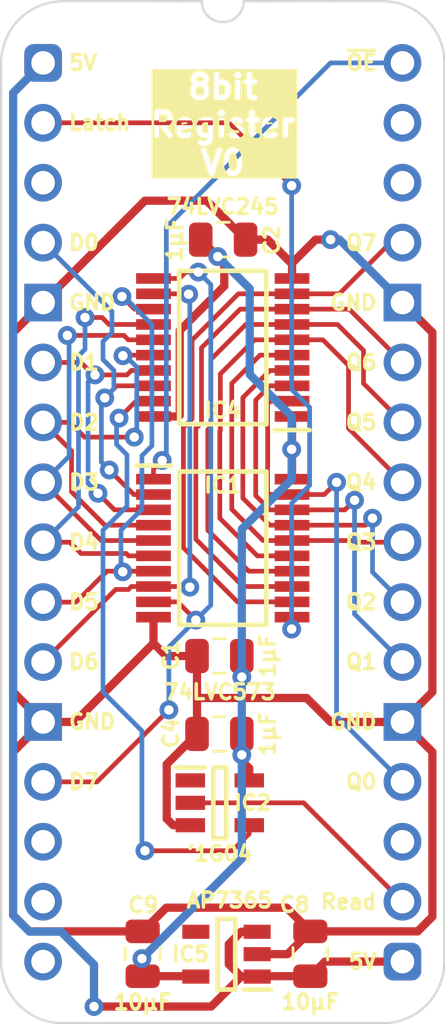
<source format=kicad_pcb>
(kicad_pcb (version 20241229) (generator "pcbnew") (generator_version "9.0")
  (title_block (title "Register 8bit with IO") (date "2025-06-17") (rev "V0"))
  (layers (0 "F.Cu" signal) (2 "B.Cu" signal) (13 "F.Paste" user) (15 "B.Paste" user) (5 "F.SilkS" user "F.Silkscreen") (7 "B.SilkS" user "B.Silkscreen") (1 "F.Mask" user) (3 "B.Mask" user) (25 "Edge.Cuts" user))
  (net 0 "")
  (net 1 "GND")
  (net 2 "5V")
  (net 3 "/3.3V")
  (net 5 "D5")
  (net 6 "D6")
  (net 7 "D1")
  (net 8 "D0")
  (net 9 "D4")
  (net 10 "D2")
  (net 11 "D7")
  (net 12 "D3")
  (net 13 "~{OE}")
  (net 17 "Q1")
  (net 18 "Q4")
  (net 19 "Q3")
  (net 20 "Q5")
  (net 21 "Q2")
  (net 22 "Q6")
  (net 23 "Q7")
  (net 24 "Q0")
  (net 28 "Latch")
  (net 29 "Read")
  (net 30 "/~{Read}")
  (footprint "SamacSys_Parts:SOP65P640X110-20N" (layer "F.Cu") (at 7.62 20.574)
    (property "Reference" "IC1" (at 0 -2.667 0) (layer "F.SilkS") (effects (font (size 0.635 0.635))))
    (property "Value" "74LVC573APW,118" (hide yes))
    (fp_line (start -3.675 -3.5) (end -2.2 -3.5) (stroke (width 0.2)) (layer "F.SilkS"))
    (fp_line (start -1.85 -3.25) (end 1.85 -3.25) (stroke (width 0.2)) (layer "F.SilkS"))
    (fp_line (start -1.85 3.25) (end -1.85 -3.25) (stroke (width 0.2)) (layer "F.SilkS"))
    (fp_line (start 1.85 -3.25) (end 1.85 3.25) (stroke (width 0.2)) (layer "F.SilkS"))
    (fp_line (start 1.85 3.25) (end -1.85 3.25) (stroke (width 0.2)) (layer "F.SilkS"))
    (fp_text user "${Silkscreen}" (at -0.127 6.096 0) (layer "F.SilkS") (effects (font (size 0.635 0.635))))
    (pad "1" smd rect (at -2.938 -2.925 90) (size 0.45 1.475) (layers "F.Cu" "F.Mask" "F.Paste") (net 13 "~{OE}"))
    (pad "2" smd rect (at -2.938 -2.275 90) (size 0.45 1.475) (layers "F.Cu" "F.Mask" "F.Paste") (net 8 "D0"))
    (pad "3" smd rect (at -2.938 -1.625 90) (size 0.45 1.475) (layers "F.Cu" "F.Mask" "F.Paste") (net 7 "D1"))
    (pad "4" smd rect (at -2.938 -0.975 90) (size 0.45 1.475) (layers "F.Cu" "F.Mask" "F.Paste") (net 10 "D2"))
    (pad "5" smd rect (at -2.938 -0.325 90) (size 0.45 1.475) (layers "F.Cu" "F.Mask" "F.Paste") (net 12 "D3"))
    (pad "6" smd rect (at -2.938 0.325 90) (size 0.45 1.475) (layers "F.Cu" "F.Mask" "F.Paste") (net 9 "D4"))
    (pad "7" smd rect (at -2.938 0.975 90) (size 0.45 1.475) (layers "F.Cu" "F.Mask" "F.Paste") (net 5 "D5"))
    (pad "8" smd rect (at -2.938 1.625 90) (size 0.45 1.475) (layers "F.Cu" "F.Mask" "F.Paste") (net 6 "D6"))
    (pad "9" smd rect (at -2.938 2.275 90) (size 0.45 1.475) (layers "F.Cu" "F.Mask" "F.Paste") (net 11 "D7"))
    (pad "10" smd rect (at -2.938 2.925 90) (size 0.45 1.475) (layers "F.Cu" "F.Mask" "F.Paste") (net 1 "GND"))
    (pad "11" smd rect (at 2.938 2.925 90) (size 0.45 1.475) (layers "F.Cu" "F.Mask" "F.Paste") (net 28 "Latch"))
    (pad "12" smd rect (at 2.938 2.275 90) (size 0.45 1.475) (layers "F.Cu" "F.Mask" "F.Paste") (net 23 "Q7"))
    (pad "13" smd rect (at 2.938 1.625 90) (size 0.45 1.475) (layers "F.Cu" "F.Mask" "F.Paste") (net 22 "Q6"))
    (pad "14" smd rect (at 2.938 0.975 90) (size 0.45 1.475) (layers "F.Cu" "F.Mask" "F.Paste") (net 20 "Q5"))
    (pad "15" smd rect (at 2.938 0.325 90) (size 0.45 1.475) (layers "F.Cu" "F.Mask" "F.Paste") (net 18 "Q4"))
    (pad "16" smd rect (at 2.938 -0.325 90) (size 0.45 1.475) (layers "F.Cu" "F.Mask" "F.Paste") (net 19 "Q3"))
    (pad "17" smd rect (at 2.938 -0.975 90) (size 0.45 1.475) (layers "F.Cu" "F.Mask" "F.Paste") (net 21 "Q2"))
    (pad "18" smd rect (at 2.938 -1.625 90) (size 0.45 1.475) (layers "F.Cu" "F.Mask" "F.Paste") (net 17 "Q1"))
    (pad "19" smd rect (at 2.938 -2.275 90) (size 0.45 1.475) (layers "F.Cu" "F.Mask" "F.Paste") (net 24 "Q0"))
    (pad "20" smd rect (at 2.938 -2.925 90) (size 0.45 1.475) (layers "F.Cu" "F.Mask" "F.Paste") (net 3 "/3.3V"))
  )
  (footprint "SamacSys_Parts:SOP65P640X120-20N" (layer "F.Cu") (at 7.62 12.065 180)
    (property "Reference" "IC4" (at 0 -2.667 180) (layer "F.SilkS") (effects (font (size 0.635 0.635))))
    (property "Value" "74LVC245AT20" (hide yes))
    (property "Silkscreen" "74LVC245" (at 0 5.969 180) (layer "F.SilkS") (effects (font (size 0.635 0.635))))
    (fp_line (start 1.85 3.25) (end -1.85 3.25) (stroke (width 0.2)) (layer "F.SilkS"))
    (fp_line (start 1.85 -3.25) (end 1.85 3.25) (stroke (width 0.2)) (layer "F.SilkS"))
    (fp_line (start -1.85 3.25) (end -1.85 -3.25) (stroke (width 0.2)) (layer "F.SilkS"))
    (fp_line (start -1.85 -3.25) (end 1.85 -3.25) (stroke (width 0.2)) (layer "F.SilkS"))
    (fp_line (start -3.675 -3.5) (end -2.2 -3.5) (stroke (width 0.2)) (layer "F.SilkS"))
    (pad "1" smd rect (at -2.938 -2.925 270) (size 0.45 1.475) (layers "F.Cu" "F.Mask" "F.Paste") (net 3 "/3.3V"))
    (pad "2" smd rect (at -2.938 -2.275 270) (size 0.45 1.475) (layers "F.Cu" "F.Mask" "F.Paste") (net 24 "Q0"))
    (pad "3" smd rect (at -2.938 -1.625 270) (size 0.45 1.475) (layers "F.Cu" "F.Mask" "F.Paste") (net 17 "Q1"))
    (pad "4" smd rect (at -2.938 -0.975 270) (size 0.45 1.475) (layers "F.Cu" "F.Mask" "F.Paste") (net 21 "Q2"))
    (pad "5" smd rect (at -2.938 -0.325 270) (size 0.45 1.475) (layers "F.Cu" "F.Mask" "F.Paste") (net 19 "Q3"))
    (pad "6" smd rect (at -2.938 0.325 270) (size 0.45 1.475) (layers "F.Cu" "F.Mask" "F.Paste") (net 18 "Q4"))
    (pad "7" smd rect (at -2.938 0.975 270) (size 0.45 1.475) (layers "F.Cu" "F.Mask" "F.Paste") (net 20 "Q5"))
    (pad "8" smd rect (at -2.938 1.625 270) (size 0.45 1.475) (layers "F.Cu" "F.Mask" "F.Paste") (net 22 "Q6"))
    (pad "9" smd rect (at -2.938 2.275 270) (size 0.45 1.475) (layers "F.Cu" "F.Mask" "F.Paste") (net 23 "Q7"))
    (pad "10" smd rect (at -2.938 2.925 270) (size 0.45 1.475) (layers "F.Cu" "F.Mask" "F.Paste") (net 1 "GND"))
    (pad "11" smd rect (at 2.938 2.925 270) (size 0.45 1.475) (layers "F.Cu" "F.Mask" "F.Paste") (net 11 "D7"))
    (pad "12" smd rect (at 2.938 2.275 270) (size 0.45 1.475) (layers "F.Cu" "F.Mask" "F.Paste") (net 6 "D6"))
    (pad "13" smd rect (at 2.938 1.625 270) (size 0.45 1.475) (layers "F.Cu" "F.Mask" "F.Paste") (net 5 "D5"))
    (pad "14" smd rect (at 2.938 0.975 270) (size 0.45 1.475) (layers "F.Cu" "F.Mask" "F.Paste") (net 9 "D4"))
    (pad "15" smd rect (at 2.938 0.325 270) (size 0.45 1.475) (layers "F.Cu" "F.Mask" "F.Paste") (net 12 "D3"))
    (pad "16" smd rect (at 2.938 -0.325 270) (size 0.45 1.475) (layers "F.Cu" "F.Mask" "F.Paste") (net 10 "D2"))
    (pad "17" smd rect (at 2.938 -0.975 270) (size 0.45 1.475) (layers "F.Cu" "F.Mask" "F.Paste") (net 7 "D1"))
    (pad "18" smd rect (at 2.938 -1.625 270) (size 0.45 1.475) (layers "F.Cu" "F.Mask" "F.Paste") (net 8 "D0"))
    (pad "19" smd rect (at 2.938 -2.275 270) (size 0.45 1.475) (layers "F.Cu" "F.Mask" "F.Paste") (net 30 "/~{Read}"))
    (pad "20" smd rect (at 2.938 -2.925 270) (size 0.45 1.475) (layers "F.Cu" "F.Mask" "F.Paste") (net 3 "/3.3V"))
  )
  (footprint "SamacSys_Parts:C_0805" (layer "F.Cu") (at 7.493 28.448 90)
    (property "Reference" "C4" (at 0.027 -2.075 270) (layer "F.SilkS") (effects (font (size 0.635 0.635))))
    (property "Value" "1μF" (at 0 2.032 90) (layer "F.SilkS") (effects (font (size 0.635 0.635))))
    (fp_line (start 0.735 0.245252) (end 0.735 -0.277252) (stroke (width 0.12)) (layer "F.SilkS"))
    (fp_line (start -0.735 0.245252) (end -0.735 -0.277252) (stroke (width 0.12)) (layer "F.SilkS"))
    (pad "1" smd roundrect (at 0 0.934 180) (size 1 1.45) (layers "F.Cu" "F.Mask" "F.Paste") (net 3 "/3.3V"))
    (pad "2" smd roundrect (at 0 -0.966 180) (size 1 1.45) (layers "F.Cu" "F.Mask" "F.Paste") (net 1 "GND"))
  )
  (footprint "SamacSys_Parts:C_0805" (layer "F.Cu") (at 7.62 7.493 -90)
    (property "Reference" "C2" (at 0.027 -2.075 90) (layer "F.SilkS") (effects (font (size 0.635 0.635))))
    (property "Value" "1μF" (at 0 2.032 270) (layer "F.SilkS") (effects (font (size 0.635 0.635))))
    (fp_line (start -0.735 0.245252) (end -0.735 -0.277252) (stroke (width 0.12)) (layer "F.SilkS"))
    (fp_line (start 0.735 0.245252) (end 0.735 -0.277252) (stroke (width 0.12)) (layer "F.SilkS"))
    (pad "1" smd roundrect (at 0 0.934) (size 1 1.45) (layers "F.Cu" "F.Mask" "F.Paste") (net 3 "/3.3V"))
    (pad "2" smd roundrect (at 0 -0.966) (size 1 1.45) (layers "F.Cu" "F.Mask" "F.Paste") (net 1 "GND"))
  )
  (footprint "SamacSys_Parts:SOT95P275X110-5N" (layer "F.Cu") (at 7.493 31.369)
    (property "Reference" "IC2" (at 1.397 0 0) (layer "F.SilkS") (effects (font (size 0.635 0.635))))
    (property "Value" "74LVC1G04GV,125" (hide yes))
    (property "Silkscreen" "'1G04" (at 0 2.159 0) (layer "F.SilkS") (effects (font (size 0.635 0.635))))
    (fp_line (start -1.875 -1.5) (end -0.625 -1.5) (stroke (width 0.2)) (layer "F.SilkS"))
    (fp_line (start -0.275 -1.5) (end 0.275 -1.5) (stroke (width 0.2)) (layer "F.SilkS"))
    (fp_line (start -0.275 1.5) (end -0.275 -1.5) (stroke (width 0.2)) (layer "F.SilkS"))
    (fp_line (start 0.275 -1.5) (end 0.275 1.5) (stroke (width 0.2)) (layer "F.SilkS"))
    (fp_line (start 0.275 1.5) (end -0.275 1.5) (stroke (width 0.2)) (layer "F.SilkS"))
    (pad "1" smd rect (at -1.25 -0.95 90) (size 0.6 1.25) (layers "F.Cu" "F.Mask" "F.Paste"))
    (pad "2" smd rect (at -1.25 0 90) (size 0.6 1.25) (layers "F.Cu" "F.Mask" "F.Paste") (net 29 "Read"))
    (pad "3" smd rect (at -1.25 0.95 90) (size 0.6 1.25) (layers "F.Cu" "F.Mask" "F.Paste") (net 1 "GND"))
    (pad "4" smd rect (at 1.25 0.95 90) (size 0.6 1.25) (layers "F.Cu" "F.Mask" "F.Paste") (net 30 "/~{Read}"))
    (pad "5" smd rect (at 1.25 -0.95 90) (size 0.6 1.25) (layers "F.Cu" "F.Mask" "F.Paste") (net 3 "/3.3V"))
  )
  (footprint "SamacSys_Parts:C_0805" (layer "F.Cu") (at 7.493 25.146 90)
    (property "Reference" "C1" (at 0.027 -2.075 270) (layer "F.SilkS") (effects (font (size 0.635 0.635))))
    (property "Value" "1μF" (at 0 2.032 90) (layer "F.SilkS") (effects (font (size 0.635 0.635))))
    (fp_line (start 0.735 0.245252) (end 0.735 -0.277252) (stroke (width 0.12)) (layer "F.SilkS"))
    (fp_line (start -0.735 0.245252) (end -0.735 -0.277252) (stroke (width 0.12)) (layer "F.SilkS"))
    (pad "1" smd roundrect (at 0 0.934 180) (size 1 1.45) (layers "F.Cu" "F.Mask" "F.Paste") (net 3 "/3.3V"))
    (pad "2" smd roundrect (at 0 -0.966 180) (size 1 1.45) (layers "F.Cu" "F.Mask" "F.Paste") (net 1 "GND"))
  )
  (footprint "SamacSys_Parts:C_0805" (layer "F.Cu") (at 4.221 37.785)
    (property "Reference" "C9" (at 0.027 -2.075 180) (layer "F.SilkS") (effects (font (size 0.635 0.635))))
    (property "Value" "10µF" (at 0 2.032 0) (layer "F.SilkS") (effects (font (size 0.635 0.635))))
    (fp_line (start -0.735 0.245252) (end -0.735 -0.277252) (stroke (width 0.12)) (layer "F.SilkS"))
    (fp_line (start 0.735 0.245252) (end 0.735 -0.277252) (stroke (width 0.12)) (layer "F.SilkS"))
    (pad "1" smd roundrect (at 0 0.934 90) (size 1 1.45) (layers "F.Cu" "F.Mask" "F.Paste") (net 3 "/3.3V"))
    (pad "2" smd roundrect (at 0 -0.966 90) (size 1 1.45) (layers "F.Cu" "F.Mask" "F.Paste") (net 1 "GND"))
  )
  (footprint "SamacSys_Parts:C_0805" (layer "F.Cu") (at 11.333 37.785)
    (property "Reference" "C8" (at -0.665 -2.098 180) (layer "F.SilkS") (effects (font (size 0.635 0.635))))
    (property "Value" "10µF" (at 0 2.032 0) (layer "F.SilkS") (effects (font (size 0.635 0.635))))
    (fp_line (start -0.735 0.245252) (end -0.735 -0.277252) (stroke (width 0.12)) (layer "F.SilkS"))
    (fp_line (start 0.735 0.245252) (end 0.735 -0.277252) (stroke (width 0.12)) (layer "F.SilkS"))
    (pad "1" smd roundrect (at 0 0.934 90) (size 1 1.45) (layers "F.Cu" "F.Mask" "F.Paste") (net 2 "5V"))
    (pad "2" smd roundrect (at 0 -0.966 90) (size 1 1.45) (layers "F.Cu" "F.Mask" "F.Paste") (net 1 "GND"))
  )
  (footprint "SamacSys_Parts:DIP-32_Board_W15.24mm" (layer "F.Cu") (at 0 0)
    (property "Reference" "J2" (hide yes))
    (property "Value" "Board 2x16 W15.24mm" (hide yes))
    (fp_line (start -1.778 38.1) (end -1.778 0) (stroke (width 0.1)) (layer "Edge.Cuts"))
    (fp_line (start 6.731 -2.6162) (end 0.835732 -2.613732) (stroke (width 0.1)) (layer "Edge.Cuts"))
    (fp_line (start 14.404267 -2.613733) (end 8.509 -2.6162) (stroke (width 0.1)) (layer "Edge.Cuts"))
    (fp_line (start 14.404268 40.713732) (end 0.835733 40.713733) (stroke (width 0.1)) (layer "Edge.Cuts"))
    (fp_line (start 17.018 38.1) (end 17.017999 -0.000001) (stroke (width 0.1)) (layer "Edge.Cuts"))
    (fp_arc (start -1.778 0) (mid -1.012456 -1.848188) (end 0.835732 -2.613732) (stroke (width 0.1)) (layer "Edge.Cuts"))
    (fp_arc (start 0.835733 40.713733) (mid -1.012456 39.948189) (end -1.778 38.1) (stroke (width 0.1)) (layer "Edge.Cuts"))
    (fp_arc (start 8.509 -2.6162) (mid 7.62 -1.7272) (end 6.731 -2.6162) (stroke (width 0.1)) (layer "Edge.Cuts"))
    (fp_arc (start 14.404267 -2.613733) (mid 16.252455 -1.848189) (end 17.017999 -0.000001) (stroke (width 0.1)) (layer "Edge.Cuts"))
    (fp_arc (start 17.018 38.1) (mid 16.252455 39.948187) (end 14.404268 40.713732) (stroke (width 0.1)) (layer "Edge.Cuts"))
    (pad "1" thru_hole roundrect (at 0 0) (size 1.6 1.6) (drill 1) (layers "*.Cu" "*.Mask") (net 2 "5V"))
    (pad "2" thru_hole oval (at 0 2.54) (size 1.6 1.6) (drill 1) (layers "*.Cu" "*.Mask") (net 28 "Latch"))
    (pad "3" thru_hole oval (at 0 5.08) (size 1.6 1.6) (drill 1) (layers "*.Cu" "*.Mask"))
    (pad "4" thru_hole oval (at 0 7.62) (size 1.6 1.6) (drill 1) (layers "*.Cu" "*.Mask") (net 8 "D0"))
    (pad "5" thru_hole rect (at 0 10.16) (size 1.6 1.6) (drill 1) (layers "*.Cu" "*.Mask") (net 1 "GND"))
    (pad "6" thru_hole oval (at 0 12.7) (size 1.6 1.6) (drill 1) (layers "*.Cu" "*.Mask") (net 7 "D1"))
    (pad "7" thru_hole oval (at 0 15.24) (size 1.6 1.6) (drill 1) (layers "*.Cu" "*.Mask") (net 10 "D2"))
    (pad "8" thru_hole oval (at 0 17.78) (size 1.6 1.6) (drill 1) (layers "*.Cu" "*.Mask") (net 12 "D3"))
    (pad "9" thru_hole oval (at 0 20.32) (size 1.6 1.6) (drill 1) (layers "*.Cu" "*.Mask") (net 9 "D4"))
    (pad "10" thru_hole oval (at 0 22.86) (size 1.6 1.6) (drill 1) (layers "*.Cu" "*.Mask") (net 5 "D5"))
    (pad "11" thru_hole oval (at 0 25.4) (size 1.6 1.6) (drill 1) (layers "*.Cu" "*.Mask") (net 6 "D6"))
    (pad "12" thru_hole rect (at 0 27.94) (size 1.6 1.6) (drill 1) (layers "*.Cu" "*.Mask") (net 1 "GND"))
    (pad "13" thru_hole oval (at 0 30.48) (size 1.6 1.6) (drill 1) (layers "*.Cu" "*.Mask") (net 11 "D7"))
    (pad "14" thru_hole oval (at 0 33.02) (size 1.6 1.6) (drill 1) (layers "*.Cu" "*.Mask"))
    (pad "15" thru_hole oval (at 0 35.56) (size 1.6 1.6) (drill 1) (layers "*.Cu" "*.Mask"))
    (pad "16" thru_hole oval (at 0 38.1) (size 1.6 1.6) (drill 1) (layers "*.Cu" "*.Mask"))
    (pad "17" thru_hole roundrect (at 15.24 38.1) (size 1.6 1.6) (drill 1) (layers "*.Cu" "*.Mask") (net 2 "5V"))
    (pad "18" thru_hole oval (at 15.24 35.56 180) (size 1.6 1.6) (drill 1) (layers "*.Cu" "*.Mask") (net 29 "Read"))
    (pad "19" thru_hole oval (at 15.24 33.02 180) (size 1.6 1.6) (drill 1) (layers "*.Cu" "*.Mask"))
    (pad "20" thru_hole oval (at 15.24 30.48 180) (size 1.6 1.6) (drill 1) (layers "*.Cu" "*.Mask") (net 24 "Q0"))
    (pad "21" thru_hole rect (at 15.24 27.94) (size 1.6 1.6) (drill 1) (layers "*.Cu" "*.Mask") (net 1 "GND"))
    (pad "22" thru_hole oval (at 15.24 25.4) (size 1.6 1.6) (drill 1) (layers "*.Cu" "*.Mask") (net 17 "Q1"))
    (pad "23" thru_hole oval (at 15.24 22.86) (size 1.6 1.6) (drill 1) (layers "*.Cu" "*.Mask") (net 21 "Q2"))
    (pad "24" thru_hole oval (at 15.24 20.32) (size 1.6 1.6) (drill 1) (layers "*.Cu" "*.Mask") (net 19 "Q3"))
    (pad "25" thru_hole oval (at 15.24 17.78) (size 1.6 1.6) (drill 1) (layers "*.Cu" "*.Mask") (net 18 "Q4"))
    (pad "26" thru_hole oval (at 15.24 15.24) (size 1.6 1.6) (drill 1) (layers "*.Cu" "*.Mask") (net 20 "Q5"))
    (pad "27" thru_hole oval (at 15.24 12.7) (size 1.6 1.6) (drill 1) (layers "*.Cu" "*.Mask") (net 22 "Q6"))
    (pad "28" thru_hole rect (at 15.24 10.16) (size 1.6 1.6) (drill 1) (layers "*.Cu" "*.Mask") (net 1 "GND"))
    (pad "29" thru_hole oval (at 15.24 7.62) (size 1.6 1.6) (drill 1) (layers "*.Cu" "*.Mask") (net 23 "Q7"))
    (pad "30" thru_hole oval (at 15.24 5.08) (size 1.6 1.6) (drill 1) (layers "*.Cu" "*.Mask"))
    (pad "31" thru_hole oval (at 15.24 2.54) (size 1.6 1.6) (drill 1) (layers "*.Cu" "*.Mask"))
    (pad "32" thru_hole oval (at 15.24 0) (size 1.6 1.6) (drill 1) (layers "*.Cu" "*.Mask") (net 13 "~{OE}"))
  )
  (footprint "SamacSys_Parts:SOT95P285X130-5N" (layer "F.Cu") (at 7.777 37.785 180)
    (property "Reference" "IC5" (at 1.524 0 180) (layer "F.SilkS") (effects (font (size 0.635 0.635))))
    (property "Value" "AP7365-33WG-7" (hide yes))
    (property "Silkscreen" "AP7365" (at -0.127 2.286 180) (layer "F.SilkS") (effects (font (size 0.635 0.635))))
    (fp_line (start 0.375 1.5) (end -0.375 1.5) (stroke (width 0.2)) (layer "F.SilkS"))
    (fp_line (start 0.375 -1.5) (end 0.375 1.5) (stroke (width 0.2)) (layer "F.SilkS"))
    (fp_line (start -0.375 1.5) (end -0.375 -1.5) (stroke (width 0.2)) (layer "F.SilkS"))
    (fp_line (start -0.375 -1.5) (end 0.375 -1.5) (stroke (width 0.2)) (layer "F.SilkS"))
    (fp_line (start -1.875 -1.5) (end -0.725 -1.5) (stroke (width 0.2)) (layer "F.SilkS"))
    (pad "1" smd rect (at -1.3 -0.95 270) (size 0.6 1.15) (layers "F.Cu" "F.Mask" "F.Paste") (net 2 "5V"))
    (pad "2" smd rect (at -1.3 0 270) (size 0.6 1.15) (layers "F.Cu" "F.Mask" "F.Paste") (net 1 "GND"))
    (pad "3" smd rect (at -1.3 0.95 270) (size 0.6 1.15) (layers "F.Cu" "F.Mask" "F.Paste") (net 2 "5V"))
    (pad "4" smd rect (at 1.3 0.95 270) (size 0.6 1.15) (layers "F.Cu" "F.Mask" "F.Paste"))
    (pad "5" smd rect (at 1.3 -0.95 270) (size 0.6 1.15) (layers "F.Cu" "F.Mask" "F.Paste") (net 3 "/3.3V"))
  )
  (gr_text "GND" (at 1.016 10.16 0) (layer "F.SilkS") (effects (font (size 0.635 0.635)) (justify left)))
  (gr_text "Read" (at 14.224 35.56 0) (layer "F.SilkS") (effects (font (size 0.635 0.635)) (justify right)))
  (gr_text "D1" (at 1.016 12.7 0) (layer "F.SilkS") (effects (font (size 0.635 0.635)) (justify left)))
  (gr_text "GND" (at 14.224 10.16 0) (layer "F.SilkS") (effects (font (size 0.635 0.635)) (justify right)))
  (gr_text "5V" (at 1.016 0 0) (layer "F.SilkS") (effects (font (size 0.635 0.635)) (justify left)))
  (gr_text "Q3" (at 14.224 20.32 0) (layer "F.SilkS") (effects (font (size 0.635 0.635)) (justify right)))
  (gr_text "Q5" (at 14.224 15.24 0) (layer "F.SilkS") (effects (font (size 0.635 0.635)) (justify right)))
  (gr_text "D3" (at 1.016 17.78 0) (layer "F.SilkS") (effects (font (size 0.635 0.635)) (justify left)))
  (gr_text "D6" (at 1.016 25.4 0) (layer "F.SilkS") (effects (font (size 0.635 0.635)) (justify left)))
  (gr_text "Latch" (at 1.016 2.54 0) (layer "F.SilkS") (effects (font (size 0.635 0.635)) (justify left)))
  (gr_text "D5" (at 1.016 22.86 0) (layer "F.SilkS") (effects (font (size 0.635 0.635)) (justify left)))
  (gr_text "Q4" (at 14.224 17.78 0) (layer "F.SilkS") (effects (font (size 0.635 0.635)) (justify right)))
  (gr_text "Q2" (at 14.224 22.86 0) (layer "F.SilkS") (effects (font (size 0.635 0.635)) (justify right)))
  (gr_text "Q1" (at 14.224 25.4 0) (layer "F.SilkS") (effects (font (size 0.635 0.635)) (justify right)))
  (gr_text "5V" (at 14.224 38.1 0) (layer "F.SilkS") (effects (font (size 0.635 0.635)) (justify right)))
  (gr_text "D2" (at 1.016 15.24 0) (layer "F.SilkS") (effects (font (size 0.635 0.635)) (justify left)))
  (gr_text "GND" (at 1.016 27.94 0) (layer "F.SilkS") (effects (font (size 0.635 0.635)) (justify left)))
  (gr_text "D4" (at 1.016 20.32 0) (layer "F.SilkS") (effects (font (size 0.635 0.635)) (justify left)))
  (gr_text "8bit\nRegister\nV0" (at 7.62 4.826 0) (layer "F.SilkS" knockout) (effects (font (size 1 1) (thickness 0.2) (bold yes)) (justify bottom)))
  (gr_text "D0" (at 1.016 7.62 0) (layer "F.SilkS") (effects (font (size 0.635 0.635)) (justify left)))
  (gr_text "D7" (at 1.016 30.48 0) (layer "F.SilkS") (effects (font (size 0.635 0.635)) (justify left)))
  (gr_text "~{OE}" (at 14.224 0 0) (layer "F.SilkS") (effects (font (size 0.635 0.635)) (justify right)))
  (gr_text "Q7" (at 14.224 7.62 0) (layer "F.SilkS") (effects (font (size 0.635 0.635)) (justify right)))
  (gr_text "GND" (at 14.224 27.94 0) (layer "F.SilkS") (effects (font (size 0.635 0.635)) (justify right)))
  (gr_text "Q6" (at 14.224 12.7 0) (layer "F.SilkS") (effects (font (size 0.635 0.635)) (justify right)))
  (gr_text "Q0" (at 14.224 30.48 0) (layer "F.SilkS") (effects (font (size 0.635 0.635)) (justify right)))
  (segment (start 9.525 7.493) (end 10.558 8.526) (width 0.35) (layer "F.Cu") (net 1))
  (segment (start 6.935 5.842) (end 8.586 7.493) (width 0.35) (layer "F.Cu") (net 1))
  (segment (start 4.221 36.819) (end 5.226 35.814) (width 0.35) (layer "F.Cu") (net 1))
  (segment (start 12.192 27.94) (end 15.24 27.94) (width 0.35) (layer "F.Cu") (net 1))
  (segment (start 6.527 26.924) (end 11.176 26.924) (width 0.35) (layer "F.Cu") (net 1))
  (segment (start 11.176 26.924) (end 12.192 27.94) (width 0.35) (layer "F.Cu") (net 1))
  (segment (start -1.27 26.67) (end -1.27 11.43) (width 0.35) (layer "F.Cu") (net 1))
  (segment (start 15.886 36.819) (end 11.333 36.819) (width 0.35) (layer "F.Cu") (net 1))
  (segment (start 16.51 11.43) (end 16.51 26.67) (width 0.35) (layer "F.Cu") (net 1))
  (segment (start 8.586 7.493) (end 9.525 7.493) (width 0.35) (layer "F.Cu") (net 1))
  (segment (start 0 27.94) (end 1.346 27.94) (width 0.35) (layer "F.Cu") (net 1))
  (segment (start -1.27 36.1315) (end -1.27 29.21) (width 0.35) (layer "F.Cu") (net 1))
  (segment (start 5.242 29.733) (end 5.242 32.045) (width 0.35) (layer "F.Cu") (net 1))
  (segment (start 4.682 24.604) (end 5.224 25.146) (width 0.35) (layer "F.Cu") (net 1))
  (segment (start 1.346 27.94) (end 4.682 24.604) (width 0.35) (layer "F.Cu") (net 1))
  (segment (start 6.527 26.924) (end 6.527 25.146) (width 0.35) (layer "F.Cu") (net 1))
  (segment (start 15.24 27.94) (end 16.51 29.21) (width 0.35) (layer "F.Cu") (net 1))
  (segment (start 10.558 8.492) (end 11.557 7.493) (width 0.35) (layer "F.Cu") (net 1))
  (segment (start 6.527 28.448) (end 5.242 29.733) (width 0.35) (layer "F.Cu") (net 1))
  (segment (start 10.328 35.814) (end 11.333 36.819) (width 0.35) (layer "F.Cu") (net 1))
  (segment (start 5.242 32.045) (end 5.516 32.319) (width 0.35) (layer "F.Cu") (net 1))
  (segment (start -1.27 29.21) (end 0 27.94) (width 0.35) (layer "F.Cu") (net 1))
  (segment (start 10.367 37.785) (end 11.333 36.819) (width 0.35) (layer "F.Cu") (net 1))
  (segment (start 15.24 10.16) (end 16.51 11.43) (width 0.35) (layer "F.Cu") (net 1))
  (segment (start -0.5825 36.819) (end -1.27 36.1315) (width 0.35) (layer "F.Cu") (net 1))
  (segment (start 0 27.94) (end -1.27 26.67) (width 0.35) (layer "F.Cu") (net 1))
  (segment (start 0 10.16) (end 4.318 5.842) (width 0.35) (layer "F.Cu") (net 1))
  (segment (start 16.51 36.195) (end 15.886 36.819) (width 0.35) (layer "F.Cu") (net 1))
  (segment (start 5.226 35.814) (end 10.328 35.814) (width 0.35) (layer "F.Cu") (net 1))
  (segment (start 4.318 5.842) (end 6.935 5.842) (width 0.35) (layer "F.Cu") (net 1))
  (segment (start -1.27 11.43) (end 0 10.16) (width 0.35) (layer "F.Cu") (net 1))
  (segment (start 4.221 36.819) (end -0.5825 36.819) (width 0.35) (layer "F.Cu") (net 1))
  (segment (start 10.558 8.526) (end 10.558 8.492) (width 0.35) (layer "F.Cu") (net 1))
  (segment (start 6.527 28.448) (end 6.527 26.924) (width 0.35) (layer "F.Cu") (net 1))
  (segment (start 10.558 8.526) (end 10.558 9.14) (width 0.35) (layer "F.Cu") (net 1))
  (segment (start 11.557 7.493) (end 12.192 7.493) (width 0.35) (layer "F.Cu") (net 1))
  (segment (start 5.516 32.319) (end 6.243 32.319) (width 0.35) (layer "F.Cu") (net 1))
  (segment (start 16.51 29.21) (end 16.51 36.195) (width 0.35) (layer "F.Cu") (net 1))
  (segment (start 5.224 25.146) (end 6.527 25.146) (width 0.35) (layer "F.Cu") (net 1))
  (segment (start 4.682 23.499) (end 4.682 24.604) (width 0.35) (layer "F.Cu") (net 1))
  (segment (start 16.51 26.67) (end 15.24 27.94) (width 0.35) (layer "F.Cu") (net 1))
  (segment (start 9.077 37.785) (end 10.367 37.785) (width 0.35) (layer "F.Cu") (net 1))
  (via (at 12.192 7.493) (size 0.8) (drill 0.4) (layers "F.Cu" "B.Cu") (net 1))
  (segment (start 12.573 7.493) (end 12.192 7.493) (width 0.35) (layer "B.Cu") (net 1))
  (segment (start 15.24 10.16) (end 12.573 7.493) (width 0.35) (layer "B.Cu") (net 1))
  (segment (start 7.13 40.005) (end 2.159 40.005) (width 0.35) (layer "F.Cu") (net 2))
  (segment (start 11.333 38.719) (end 9.093 38.719) (width 0.35) (layer "F.Cu") (net 2))
  (segment (start 8.4 38.735) (end 7.874 38.209) (width 0.35) (layer "F.Cu") (net 2))
  (segment (start 9.077 38.735) (end 8.4 38.735) (width 0.35) (layer "F.Cu") (net 2))
  (segment (start 8.4 38.735) (end 7.13 40.005) (width 0.35) (layer "F.Cu") (net 2))
  (segment (start 7.874 38.209) (end 7.874 37.361) (width 0.35) (layer "F.Cu") (net 2))
  (segment (start 7.874 37.361) (end 8.4 36.835) (width 0.35) (layer "F.Cu") (net 2))
  (segment (start 11.952 38.1) (end 11.333 38.719) (width 0.35) (layer "F.Cu") (net 2))
  (segment (start 8.4 36.835) (end 9.077 36.835) (width 0.35) (layer "F.Cu") (net 2))
  (segment (start 15.24 38.1) (end 11.952 38.1) (width 0.35) (layer "F.Cu") (net 2))
  (via (at 2.159 40.005) (size 0.8) (drill 0.4) (layers "F.Cu" "B.Cu") (net 2))
  (segment (start 2.159 38.227) (end 2.159 40.005) (width 0.35) (layer "B.Cu") (net 2))
  (segment (start -1.27 36.141116) (end -0.581116 36.83) (width 0.35) (layer "B.Cu") (net 2))
  (segment (start 0.762 36.83) (end 2.159 38.227) (width 0.35) (layer "B.Cu") (net 2))
  (segment (start -1.27 1.27) (end -1.27 36.141116) (width 0.35) (layer "B.Cu") (net 2))
  (segment (start -0.581116 36.83) (end 0.762 36.83) (width 0.35) (layer "B.Cu") (net 2))
  (segment (start 0 0) (end -1.27 1.27) (width 0.35) (layer "B.Cu") (net 2))
  (segment (start 8.427 29.337) (end 8.427 29.591) (width 0.35) (layer "F.Cu") (net 3))
  (segment (start 8.743 30.419) (end 8.743 29.907) (width 0.35) (layer "F.Cu") (net 3))
  (segment (start 5.7955 11.3495) (end 7.6835 9.4615) (width 0.35) (layer "F.Cu") (net 3))
  (segment (start 7.407 8.214) (end 6.686 7.493) (width 0.35) (layer "F.Cu") (net 3))
  (segment (start 7.6835 8.4905) (end 7.407 8.214) (width 0.35) (layer "F.Cu") (net 3))
  (segment (start 10.558 14.99) (end 10.558 17.649) (width 0.35) (layer "F.Cu") (net 3))
  (segment (start 4.221 38.719) (end 4.221 38.003) (width 0.35) (layer "F.Cu") (net 3))
  (segment (start 8.427 28.448) (end 8.427 29.337) (width 0.35) (layer "F.Cu") (net 3))
  (segment (start 5.7465 14.99) (end 5.7955 14.941) (width 0.35) (layer "F.Cu") (net 3))
  (segment (start 4.221 38.719) (end 6.461 38.719) (width 0.35) (layer "F.Cu") (net 3))
  (segment (start 4.682 14.99) (end 5.7465 14.99) (width 0.35) (layer "F.Cu") (net 3))
  (segment (start 8.427 25.146) (end 8.427 26.035) (width 0.35) (layer "F.Cu") (net 3))
  (segment (start 8.743 29.907) (end 8.427 29.591) (width 0.35) (layer "F.Cu") (net 3))
  (segment (start 5.7955 14.941) (end 5.7955 11.3495) (width 0.35) (layer "F.Cu") (net 3))
  (segment (start 7.6835 9.4615) (end 7.6835 8.4905) (width 0.35) (layer "F.Cu") (net 3))
  (segment (start 4.221 38.003) (end 4.191 37.973) (width 0.35) (layer "F.Cu") (net 3))
  (via (at 8.427 29.337) (size 0.8) (drill 0.4) (layers "F.Cu" "B.Cu") (net 3))
  (via (at 4.191 37.973) (size 0.8) (drill 0.4) (layers "F.Cu" "B.Cu") (net 3))
  (via (at 7.407 8.214) (size 0.8) (drill 0.4) (layers "F.Cu" "B.Cu") (net 3))
  (via (at 10.541 16.383) (size 0.8) (drill 0.4) (layers "F.Cu" "B.Cu") (net 3))
  (via (at 8.427 26.035) (size 0.8) (drill 0.4) (layers "F.Cu" "B.Cu") (net 3))
  (segment (start 10.541 17.653) (end 8.427 19.767) (width 0.35) (layer "B.Cu") (net 3))
  (segment (start 8.427 33.737) (end 8.427 29.337) (width 0.35) (layer "B.Cu") (net 3))
  (segment (start 8.763 9.57) (end 7.407 8.214) (width 0.35) (layer "B.Cu") (net 3))
  (segment (start 8.427 19.767) (end 8.427 26.035) (width 0.35) (layer "B.Cu") (net 3))
  (segment (start 4.191 37.973) (end 8.427 33.737) (width 0.35) (layer "B.Cu") (net 3))
  (segment (start 8.763 13.208) (end 8.763 9.57) (width 0.35) (layer "B.Cu") (net 3))
  (segment (start 10.541 16.383) (end 10.541 14.986) (width 0.35) (layer "B.Cu") (net 3))
  (segment (start 10.541 14.986) (end 8.763 13.208) (width 0.35) (layer "B.Cu") (net 3))
  (segment (start 10.541 16.383) (end 10.541 17.653) (width 0.35) (layer "B.Cu") (net 3))
  (segment (start 8.427 29.337) (end 8.427 26.035) (width 0.35) (layer "B.Cu") (net 3))
  (segment (start 3.878498 10.44) (end 3.344498 9.906) (width 0.2) (layer "F.Cu") (net 5))
  (segment (start 0 22.86) (end 1.397 22.86) (width 0.2) (layer "F.Cu") (net 5))
  (segment (start 2.708 21.549) (end 4.682 21.549) (width 0.2) (layer "F.Cu") (net 5))
  (segment (start 4.682 10.44) (end 3.878498 10.44) (width 0.2) (layer "F.Cu") (net 5))
  (segment (start 1.397 22.86) (end 2.708 21.549) (width 0.2) (layer "F.Cu") (net 5))
  (via (at 3.378064 21.574514) (size 0.8) (drill 0.4) (layers "F.Cu" "B.Cu") (net 5))
  (via (at 3.344498 9.906) (size 0.8) (drill 0.4) (layers "F.Cu" "B.Cu") (net 5))
  (segment (start 4.614498 11.091498) (end 4.614498 16.230839) (width 0.2) (layer "B.Cu") (net 5))
  (segment (start 3.302 21.49845) (end 3.378064 21.574514) (width 0.2) (layer "B.Cu") (net 5))
  (segment (start 4.614498 16.230839) (end 4.191 16.654337) (width 0.2) (layer "B.Cu") (net 5))
  (segment (start 3.344498 9.906) (end 3.429 9.906) (width 0.2) (layer "B.Cu") (net 5))
  (segment (start 4.191 18.923) (end 3.302 19.812) (width 0.2) (layer "B.Cu") (net 5))
  (segment (start 4.191 16.654337) (end 4.191 18.923) (width 0.2) (layer "B.Cu") (net 5))
  (segment (start 3.302 19.812) (end 3.302 21.49845) (width 0.2) (layer "B.Cu") (net 5))
  (segment (start 3.429 9.906) (end 4.614498 11.091498) (width 0.2) (layer "B.Cu") (net 5))
  (segment (start 3.7445 22.199) (end 4.682 22.199) (width 0.2) (layer "F.Cu") (net 6))
  (segment (start 3.618986 22.324514) (end 3.7445 22.199) (width 0.2) (layer "F.Cu") (net 6))
  (segment (start 3.075486 22.324514) (end 3.618986 22.324514) (width 0.2) (layer "F.Cu") (net 6))
  (segment (start 4.682 22.199) (end 6.197 22.199) (width 0.2) (layer "F.Cu") (net 6))
  (segment (start 0 25.4) (end 3.075486 22.324514) (width 0.2) (layer "F.Cu") (net 6))
  (segment (start 6.155964 9.79) (end 6.172118 9.806154) (width 0.2) (layer "F.Cu") (net 6))
  (segment (start 4.682 9.79) (end 6.155964 9.79) (width 0.2) (layer "F.Cu") (net 6))
  (segment (start 6.197 22.199) (end 6.223 22.225) (width 0.2) (layer "F.Cu") (net 6))
  (via (at 6.172118 9.806154) (size 0.8) (drill 0.4) (layers "F.Cu" "B.Cu") (net 6))
  (via (at 6.223 22.225) (size 0.8) (drill 0.4) (layers "F.Cu" "B.Cu") (net 6))
  (segment (start 6.223 9.857036) (end 6.172118 9.806154) (width 0.2) (layer "B.Cu") (net 6))
  (segment (start 6.223 22.225) (end 6.223 9.857036) (width 0.2) (layer "B.Cu") (net 6))
  (segment (start 4.682 18.949) (end 3.029633 18.949) (width 0.2) (layer "F.Cu") (net 7))
  (segment (start 2.200999 13.228374) (end 2.130288 13.228374) (width 0.2) (layer "F.Cu") (net 7))
  (segment (start 3.556126 13.228374) (end 3.7445 13.04) (width 0.2) (layer "F.Cu") (net 7))
  (segment (start 3.7445 13.04) (end 4.682 13.04) (width 0.2) (layer "F.Cu") (net 7))
  (segment (start 3.029633 18.949) (end 2.327316 18.246684) (width 0.2) (layer "F.Cu") (net 7))
  (segment (start 1.601914 12.7) (end 0 12.7) (width 0.2) (layer "F.Cu") (net 7))
  (segment (start 2.200999 13.228374) (end 3.556126 13.228374) (width 0.2) (layer "F.Cu") (net 7))
  (segment (start 2.130288 13.228374) (end 1.601914 12.7) (width 0.2) (layer "F.Cu") (net 7))
  (via (at 2.200999 13.228374) (size 0.8) (drill 0.4) (layers "F.Cu" "B.Cu") (net 7))
  (via (at 2.327316 18.246684) (size 0.8) (drill 0.4) (layers "F.Cu" "B.Cu") (net 7))
  (segment (start 2.200999 13.228374) (end 1.906702 13.522671) (width 0.2) (layer "B.Cu") (net 7))
  (segment (start 1.906702 17.82607) (end 2.327316 18.246684) (width 0.2) (layer "B.Cu") (net 7))
  (segment (start 1.906702 13.522671) (end 1.906702 17.82607) (width 0.2) (layer "B.Cu") (net 7))
  (segment (start 4.682 18.299) (end 3.845949 18.299) (width 0.2) (layer "F.Cu") (net 8))
  (segment (start 3.125324 13.69) (end 2.613439 14.201885) (width 0.2) (layer "F.Cu") (net 8))
  (segment (start 4.682 13.69) (end 3.125324 13.69) (width 0.2) (layer "F.Cu") (net 8))
  (segment (start 3.845949 18.299) (end 2.806 17.259051) (width 0.2) (layer "F.Cu") (net 8))
  (via (at 2.806 17.259051) (size 0.8) (drill 0.4) (layers "F.Cu" "B.Cu") (net 8))
  (via (at 2.613439 14.201885) (size 0.8) (drill 0.4) (layers "F.Cu" "B.Cu") (net 8))
  (segment (start 3.000519 13.037944) (end 2.54 12.577425) (width 0.2) (layer "B.Cu") (net 8))
  (segment (start 2.470983 16.924034) (end 2.470983 14.344341) (width 0.2) (layer "B.Cu") (net 8))
  (segment (start 2.806 17.259051) (end 2.470983 16.924034) (width 0.2) (layer "B.Cu") (net 8))
  (segment (start 2.54 11.811) (end 2.921 11.43) (width 0.2) (layer "B.Cu") (net 8))
  (segment (start 3.000519 13.814805) (end 3.000519 13.037944) (width 0.2) (layer "B.Cu") (net 8))
  (segment (start 2.470983 14.344341) (end 2.613439 14.201885) (width 0.2) (layer "B.Cu") (net 8))
  (segment (start 2.921 11.43) (end 2.921 10.541) (width 0.2) (layer "B.Cu") (net 8))
  (segment (start 2.54 12.577425) (end 2.54 11.811) (width 0.2) (layer "B.Cu") (net 8))
  (segment (start 2.921 10.541) (end 0 7.62) (width 0.2) (layer "B.Cu") (net 8))
  (segment (start 2.613439 14.201885) (end 3.000519 13.814805) (width 0.2) (layer "B.Cu") (net 8))
  (segment (start 3.627 20.899) (end 4.682 20.899) (width 0.2) (layer "F.Cu") (net 9))
  (segment (start 1.778 10.795) (end 2.499 10.795) (width 0.2) (layer "F.Cu") (net 9))
  (segment (start 1.13137 20.32) (end 1.61037 20.799) (width 0.2) (layer "F.Cu") (net 9))
  (segment (start 0 20.32) (end 1.13137 20.32) (width 0.2) (layer "F.Cu") (net 9))
  (segment (start 4.682 11.09) (end 2.794 11.09) (width 0.2) (layer "F.Cu") (net 9))
  (segment (start 2.499 10.795) (end 2.794 11.09) (width 0.2) (layer "F.Cu") (net 9))
  (segment (start 3.527 20.799) (end 3.627 20.899) (width 0.2) (layer "F.Cu") (net 9))
  (segment (start 1.61037 20.799) (end 3.527 20.799) (width 0.2) (layer "F.Cu") (net 9))
  (via (at 1.778 10.795) (size 0.8) (drill 0.4) (layers "F.Cu" "B.Cu") (net 9))
  (segment (start 1.778 12.140424) (end 1.778 10.795) (width 0.2) (layer "B.Cu") (net 9))
  (segment (start 1.501 18.819) (end 1.501 12.417424) (width 0.2) (layer "B.Cu") (net 9))
  (segment (start 0 20.32) (end 1.501 18.819) (width 0.2) (layer "B.Cu") (net 9))
  (segment (start 1.501 12.417424) (end 1.778 12.140424) (width 0.2) (layer "B.Cu") (net 9))
  (segment (start 1.756372 15.865002) (end 3.864498 15.865002) (width 0.2) (layer "F.Cu") (net 10))
  (segment (start 4.682 12.39) (end 3.409373 12.39) (width 0.2) (layer "F.Cu") (net 10))
  (segment (start 1.20566 18.185688) (end 1.20566 16.44566) (width 0.2) (layer "F.Cu") (net 10))
  (segment (start 2.618972 19.599) (end 1.20566 18.185688) (width 0.2) (layer "F.Cu") (net 10))
  (segment (start 1.20566 16.44566) (end 0 15.24) (width 0.2) (layer "F.Cu") (net 10))
  (segment (start 1.13137 15.24) (end 1.756372 15.865002) (width 0.2) (layer "F.Cu") (net 10))
  (segment (start 3.409373 12.39) (end 3.385103 12.41427) (width 0.2) (layer "F.Cu") (net 10))
  (segment (start 0 15.24) (end 1.13137 15.24) (width 0.2) (layer "F.Cu") (net 10))
  (segment (start 4.682 19.599) (end 2.618972 19.599) (width 0.2) (layer "F.Cu") (net 10))
  (via (at 3.385103 12.41427) (size 0.8) (drill 0.4) (layers "F.Cu" "B.Cu") (net 10))
  (via (at 3.864498 15.865002) (size 0.8) (drill 0.4) (layers "F.Cu" "B.Cu") (net 10))
  (segment (start 3.970983 15.758517) (end 3.864498 15.865002) (width 0.2) (layer "B.Cu") (net 10))
  (segment (start 3.970983 12.893674) (end 3.970983 15.758517) (width 0.2) (layer "B.Cu") (net 10))
  (segment (start 3.385103 12.41427) (end 3.491579 12.41427) (width 0.2) (layer "B.Cu") (net 10))
  (segment (start 3.491579 12.41427) (end 3.970983 12.893674) (width 0.2) (layer "B.Cu") (net 10))
  (segment (start 5.704 22.849) (end 6.477 23.622) (width 0.2) (layer "F.Cu") (net 11))
  (segment (start 5.777611 9.14) (end 6.049611 8.868) (width 0.2) (layer "F.Cu") (net 11))
  (segment (start 4.682 9.14) (end 5.777611 9.14) (width 0.2) (layer "F.Cu") (net 11))
  (segment (start 4.682 22.849) (end 5.704 22.849) (width 0.2) (layer "F.Cu") (net 11))
  (segment (start 6.049611 8.868) (end 6.581677 8.868) (width 0.2) (layer "F.Cu") (net 11))
  (segment (start 2.286 30.48) (end 5.334 27.432) (width 0.2) (layer "F.Cu") (net 11))
  (segment (start 0 30.48) (end 2.286 30.48) (width 0.2) (layer "F.Cu") (net 11))
  (via (at 6.581677 8.868) (size 0.8) (drill 0.4) (layers "F.Cu" "B.Cu") (net 11))
  (via (at 5.334 27.432) (size 0.8) (drill 0.4) (layers "F.Cu" "B.Cu") (net 11))
  (via (at 6.477 23.622) (size 0.8) (drill 0.4) (layers "F.Cu" "B.Cu") (net 11))
  (segment (start 6.477 23.622) (end 5.334 24.765) (width 0.2) (layer "B.Cu") (net 11))
  (segment (start 6.477 23.622) (end 7.11168 22.98732) (width 0.2) (layer "B.Cu") (net 11))
  (segment (start 5.334 24.765) (end 5.334 27.432) (width 0.2) (layer "B.Cu") (net 11))
  (segment (start 7.11168 9.398003) (end 6.581677 8.868) (width 0.2) (layer "B.Cu") (net 11))
  (segment (start 7.11168 22.98732) (end 7.11168 9.398003) (width 0.2) (layer "B.Cu") (net 11))
  (segment (start 4.682 20.249) (end 2.469 20.249) (width 0.2) (layer "F.Cu") (net 12))
  (segment (start 4.682 11.74) (end 3.612 11.74) (width 0.2) (layer "F.Cu") (net 12))
  (segment (start 3.425192 11.553192) (end 1.028 11.553192) (width 0.2) (layer "F.Cu") (net 12))
  (segment (start 2.469 20.249) (end 0 17.78) (width 0.2) (layer "F.Cu") (net 12))
  (segment (start 3.612 11.74) (end 3.425192 11.553192) (width 0.2) (layer "F.Cu") (net 12))
  (via (at 1.028 11.553192) (size 0.8) (drill 0.4) (layers "F.Cu" "B.Cu") (net 12))
  (segment (start 1.101 11.626192) (end 1.028 11.553192) (width 0.2) (layer "B.Cu") (net 12))
  (segment (start 1.101 16.679) (end 1.101 11.626192) (width 0.2) (layer "B.Cu") (net 12))
  (segment (start 0 17.78) (end 1.101 16.679) (width 0.2) (layer "B.Cu") (net 12))
  (segment (start 4.682 17.649) (end 4.682 17.224) (width 0.2) (layer "F.Cu") (net 13))
  (segment (start 4.682 17.224) (end 5.049536 16.856464) (width 0.2) (layer "F.Cu") (net 13))
  (via (at 5.049536 16.856464) (size 0.8) (drill 0.4) (layers "F.Cu" "B.Cu") (net 13))
  (segment (start 15.24 0) (end 12.192 0) (width 0.2) (layer "B.Cu") (net 13))
  (segment (start 5.226 16.679998) (end 5.049536 16.856464) (width 0.2) (layer "B.Cu") (net 13))
  (segment (start 5.226 6.966) (end 5.226 16.679998) (width 0.2) (layer "B.Cu") (net 13))
  (segment (start 12.192 0) (end 5.226 6.966) (width 0.2) (layer "B.Cu") (net 13))
  (segment (start 9.017 14.2935) (end 9.017 18.3455) (width 0.2) (layer "F.Cu") (net 17))
  (segment (start 10.558 18.949) (end 12.801 18.949) (width 0.2) (layer "F.Cu") (net 17))
  (segment (start 10.558 13.69) (end 9.6205 13.69) (width 0.2) (layer "F.Cu") (net 17))
  (segment (start 9.017 18.3455) (end 9.6205 18.949) (width 0.2) (layer "F.Cu") (net 17))
  (segment (start 12.801 18.949) (end 13.208 18.542) (width 0.2) (layer "F.Cu") (net 17))
  (segment (start 9.6205 18.949) (end 10.558 18.949) (width 0.2) (layer "F.Cu") (net 17))
  (segment (start 9.6205 13.69) (end 9.017 14.2935) (width 0.2) (layer "F.Cu") (net 17))
  (via (at 13.208 18.542) (size 0.8) (drill 0.4) (layers "F.Cu" "B.Cu") (net 17))
  (segment (start 15.24 25.4) (end 13.208 23.368) (width 0.2) (layer "B.Cu") (net 17))
  (segment (start 13.208 23.368) (end 13.208 18.542) (width 0.2) (layer "B.Cu") (net 17))
  (segment (start 12.954 15.494) (end 12.954 12.830375) (width 0.2) (layer "F.Cu") (net 18))
  (segment (start 7.517 13.184) (end 7.516999 15.588309) (width 0.2) (layer "F.Cu") (net 18))
  (segment (start 15.24 17.78) (end 12.954 15.494) (width 0.2) (layer "F.Cu") (net 18))
  (segment (start 7.516999 15.588309) (end 7.493 15.612307) (width 0.2) (layer "F.Cu") (net 18))
  (segment (start 11.863625 11.74) (end 10.558 11.74) (width 0.2) (layer "F.Cu") (net 18))
  (segment (start 8.961 11.74) (end 7.517 13.184) (width 0.2) (layer "F.Cu") (net 18))
  (segment (start 9.088 20.899) (end 10.558 20.899) (width 0.2) (layer "F.Cu") (net 18))
  (segment (start 12.954 12.830375) (end 11.863625 11.74) (width 0.2) (layer "F.Cu") (net 18))
  (segment (start 7.493 19.304) (end 9.088 20.899) (width 0.2) (layer "F.Cu") (net 18))
  (segment (start 7.493 15.612307) (end 7.493 19.304) (width 0.2) (layer "F.Cu") (net 18))
  (segment (start 10.558 11.74) (end 8.961 11.74) (width 0.2) (layer "F.Cu") (net 18))
  (segment (start 10.558 20.249) (end 13.137 20.249) (width 0.2) (layer "F.Cu") (net 19))
  (segment (start 9.2 12.39) (end 8.001 13.589) (width 0.2) (layer "F.Cu") (net 19))
  (segment (start 13.137 20.249) (end 13.208 20.32) (width 0.2) (layer "F.Cu") (net 19))
  (segment (start 8.001 18.923) (end 9.327 20.249) (width 0.2) (layer "F.Cu") (net 19))
  (segment (start 9.327 20.249) (end 10.558 20.249) (width 0.2) (layer "F.Cu") (net 19))
  (segment (start 10.558 12.39) (end 9.2 12.39) (width 0.2) (layer "F.Cu") (net 19))
  (segment (start 13.208 20.32) (end 15.24 20.32) (width 0.2) (layer "F.Cu") (net 19))
  (segment (start 8.001 13.589) (end 8.001 18.923) (width 0.2) (layer "F.Cu") (net 19))
  (segment (start 8.595 11.09) (end 7.117 12.568) (width 0.2) (layer "F.Cu") (net 20))
  (segment (start 12.487 11.09) (end 10.558 11.09) (width 0.2) (layer "F.Cu") (net 20))
  (segment (start 13.589 12.192) (end 12.487 11.09) (width 0.2) (layer "F.Cu") (net 20))
  (segment (start 6.985 19.812) (end 8.722 21.549) (width 0.2) (layer "F.Cu") (net 20))
  (segment (start 8.722 21.549) (end 10.558 21.549) (width 0.2) (layer "F.Cu") (net 20))
  (segment (start 13.589 13.589) (end 13.589 12.192) (width 0.2) (layer "F.Cu") (net 20))
  (segment (start 7.117 12.568) (end 7.116999 15.422623) (width 0.2) (layer "F.Cu") (net 20))
  (segment (start 6.985 15.554622) (end 6.985 19.812) (width 0.2) (layer "F.Cu") (net 20))
  (segment (start 15.24 15.24) (end 13.589 13.589) (width 0.2) (layer "F.Cu") (net 20))
  (segment (start 7.116999 15.422623) (end 6.985 15.554622) (width 0.2) (layer "F.Cu") (net 20))
  (segment (start 10.558 11.09) (end 8.595 11.09) (width 0.2) (layer "F.Cu") (net 20))
  (segment (start 13.675 19.599) (end 13.97 19.304) (width 0.2) (layer "F.Cu") (net 21))
  (segment (start 8.471 18.4495) (end 9.6205 19.599) (width 0.2) (layer "F.Cu") (net 21))
  (segment (start 10.558 13.04) (end 9.6205 13.04) (width 0.2) (layer "F.Cu") (net 21))
  (segment (start 9.6205 19.599) (end 10.558 19.599) (width 0.2) (layer "F.Cu") (net 21))
  (segment (start 10.558 19.599) (end 13.675 19.599) (width 0.2) (layer "F.Cu") (net 21))
  (segment (start 8.471 14.1895) (end 8.471 18.4495) (width 0.2) (layer "F.Cu") (net 21))
  (segment (start 9.6205 13.04) (end 8.471 14.1895) (width 0.2) (layer "F.Cu") (net 21))
  (via (at 13.97 19.304) (size 0.8) (drill 0.4) (layers "F.Cu" "B.Cu") (net 21))
  (segment (start 15.24 22.86) (end 13.97 21.59) (width 0.2) (layer "B.Cu") (net 21))
  (segment (start 13.97 21.59) (end 13.97 19.304) (width 0.2) (layer "B.Cu") (net 21))
  (segment (start 10.558 10.44) (end 12.98 10.44) (width 0.2) (layer "F.Cu") (net 22))
  (segment (start 6.717 12.079) (end 6.717 15.256937) (width 0.2) (layer "F.Cu") (net 22))
  (segment (start 6.477 15.496936) (end 6.477 20.193) (width 0.2) (layer "F.Cu") (net 22))
  (segment (start 12.98 10.44) (end 15.24 12.7) (width 0.2) (layer "F.Cu") (net 22))
  (segment (start 8.356 10.44) (end 6.717 12.079) (width 0.2) (layer "F.Cu") (net 22))
  (segment (start 10.558 10.44) (end 8.356 10.44) (width 0.2) (layer "F.Cu") (net 22))
  (segment (start 8.483 22.199) (end 10.558 22.199) (width 0.2) (layer "F.Cu") (net 22))
  (segment (start 6.477 20.193) (end 8.483 22.199) (width 0.2) (layer "F.Cu") (net 22))
  (segment (start 6.717 15.256937) (end 6.477 15.496936) (width 0.2) (layer "F.Cu") (net 22))
  (segment (start 10.558 9.79) (end 12.562 9.79) (width 0.2) (layer "F.Cu") (net 23))
  (segment (start 10.558 9.79) (end 8.280751 9.79) (width 0.2) (layer "F.Cu") (net 23))
  (segment (start 8.280751 9.79) (end 6.317 11.753751) (width 0.2) (layer "F.Cu") (net 23))
  (segment (start 8.244 22.849) (end 10.558 22.849) (width 0.2) (layer "F.Cu") (net 23))
  (segment (start 6.317 11.753751) (end 6.317 15.091251) (width 0.2) (layer "F.Cu") (net 23))
  (segment (start 5.95 20.555) (end 8.244 22.849) (width 0.2) (layer "F.Cu") (net 23))
  (segment (start 12.562 9.79) (end 14.732 7.62) (width 0.2) (layer "F.Cu") (net 23))
  (segment (start 5.95 15.458251) (end 5.95 20.555) (width 0.2) (layer "F.Cu") (net 23))
  (segment (start 6.317 15.091251) (end 5.95 15.458251) (width 0.2) (layer "F.Cu") (net 23))
  (segment (start 9.5195 17.123) (end 9.5195 18.198) (width 0.2) (layer "F.Cu") (net 24))
  (segment (start 11.927 18.299) (end 12.446 17.78) (width 0.2) (layer "F.Cu") (net 24))
  (segment (start 10.558 14.34) (end 9.6435 14.34) (width 0.2) (layer "F.Cu") (net 24))
  (segment (start 9.5195 14.464) (end 9.5195 15.5105) (width 0.2) (layer "F.Cu") (net 24))
  (segment (start 10.558 18.299) (end 11.927 18.299) (width 0.2) (layer "F.Cu") (net 24))
  (segment (start 9.6205 18.299) (end 10.558 18.299) (width 0.2) (layer "F.Cu") (net 24))
  (segment (start 9.5195 15.5105) (end 9.525 15.516) (width 0.2) (layer "F.Cu") (net 24))
  (segment (start 9.525 15.516) (end 9.525 17.1175) (width 0.2) (layer "F.Cu") (net 24))
  (segment (start 9.525 17.1175) (end 9.5195 17.123) (width 0.2) (layer "F.Cu") (net 24))
  (segment (start 9.5195 18.198) (end 9.6205 18.299) (width 0.2) (layer "F.Cu") (net 24))
  (segment (start 9.6435 14.34) (end 9.5195 14.464) (width 0.2) (layer "F.Cu") (net 24))
  (via (at 12.446 17.78) (size 0.8) (drill 0.4) (layers "F.Cu" "B.Cu") (net 24))
  (segment (start 12.446 17.78) (end 12.446 27.686) (width 0.2) (layer "B.Cu") (net 24))
  (segment (start 12.446 27.686) (end 15.24 30.48) (width 0.2) (layer "B.Cu") (net 24))
  (segment (start 0 2.54) (end 7.874 2.54) (width 0.2) (layer "F.Cu") (net 28))
  (segment (start 7.874 2.54) (end 10.541 5.207) (width 0.2) (layer "F.Cu") (net 28))
  (segment (start 10.558 23.499) (end 10.558 23.986) (width 0.2) (layer "F.Cu") (net 28))
  (segment (start 10.558 23.986) (end 10.541 24.003) (width 0.2) (layer "F.Cu") (net 28))
  (via (at 10.541 5.207) (size 0.8) (drill 0.4) (layers "F.Cu" "B.Cu") (net 28))
  (via (at 10.541 24.003) (size 0.8) (drill 0.4) (layers "F.Cu" "B.Cu") (net 28))
  (segment (start 11.303 17.907) (end 11.303 14.605) (width 0.2) (layer "B.Cu") (net 28))
  (segment (start 10.541 24.003) (end 10.541 18.669) (width 0.2) (layer "B.Cu") (net 28))
  (segment (start 11.303 14.605) (end 10.541 13.843) (width 0.2) (layer "B.Cu") (net 28))
  (segment (start 10.541 18.669) (end 11.303 17.907) (width 0.2) (layer "B.Cu") (net 28))
  (segment (start 10.541 13.843) (end 10.541 5.207) (width 0.2) (layer "B.Cu") (net 28))
  (segment (start 6.243 31.369) (end 11.049 31.369) (width 0.2) (layer "F.Cu") (net 29))
  (segment (start 11.049 31.369) (end 15.24 35.56) (width 0.2) (layer "F.Cu") (net 29))
  (segment (start 8.743 32.6795) (end 8.743 32.319) (width 0.2) (layer "F.Cu") (net 30))
  (segment (start 8.0215 33.401) (end 8.743 32.6795) (width 0.2) (layer "F.Cu") (net 30))
  (segment (start 3.939254 14.34) (end 3.220983 15.058271) (width 0.2) (layer "F.Cu") (net 30))
  (segment (start 4.682 14.34) (end 3.939254 14.34) (width 0.2) (layer "F.Cu") (net 30))
  (segment (start 4.318 33.401) (end 8.0215 33.401) (width 0.2) (layer "F.Cu") (net 30))
  (via (at 4.318 33.401) (size 0.8) (drill 0.4) (layers "F.Cu" "B.Cu") (net 30))
  (via (at 3.220983 15.058271) (size 0.8) (drill 0.4) (layers "F.Cu" "B.Cu") (net 30))
  (segment (start 3.556 18.796) (end 3.556 16.617165) (width 0.2) (layer "B.Cu") (net 30))
  (segment (start 4.318 33.401) (end 4.191 33.274) (width 0.2) (layer "B.Cu") (net 30))
  (segment (start 2.54 26.67) (end 2.54 19.812) (width 0.2) (layer "B.Cu") (net 30))
  (segment (start 4.191 33.274) (end 4.191 28.321) (width 0.2) (layer "B.Cu") (net 30))
  (segment (start 4.191 28.321) (end 2.54 26.67) (width 0.2) (layer "B.Cu") (net 30))
  (segment (start 3.114498 15.164756) (end 3.220983 15.058271) (width 0.2) (layer "B.Cu") (net 30))
  (segment (start 2.54 19.812) (end 3.556 18.796) (width 0.2) (layer "B.Cu") (net 30))
  (segment (start 3.556 16.617165) (end 3.114498 16.175663) (width 0.2) (layer "B.Cu") (net 30))
  (segment (start 3.114498 16.175663) (end 3.114498 15.164756) (width 0.2) (layer "B.Cu") (net 30))
)
</source>
